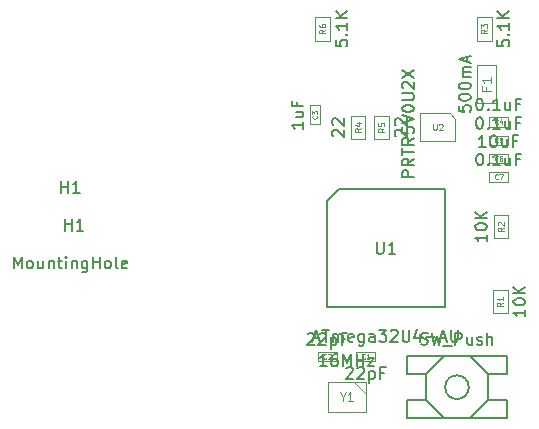
<source format=gbr>
%TF.GenerationSoftware,KiCad,Pcbnew,(5.1.7)-1*%
%TF.CreationDate,2020-10-26T01:34:49-04:00*%
%TF.ProjectId,OreoOrtho,4f72656f-4f72-4746-986f-2e6b69636164,rev?*%
%TF.SameCoordinates,Original*%
%TF.FileFunction,Other,Fab,Top*%
%FSLAX46Y46*%
G04 Gerber Fmt 4.6, Leading zero omitted, Abs format (unit mm)*
G04 Created by KiCad (PCBNEW (5.1.7)-1) date 2020-10-26 01:34:49*
%MOMM*%
%LPD*%
G01*
G04 APERTURE LIST*
%ADD10C,0.150000*%
%ADD11C,0.100000*%
%ADD12C,0.060000*%
%ADD13C,0.105000*%
%ADD14C,0.075000*%
%ADD15C,0.080000*%
%ADD16C,0.120000*%
G04 APERTURE END LIST*
D10*
%TO.C,U1*%
X181261000Y-52728200D02*
X182261000Y-51728200D01*
X181261000Y-61728200D02*
X181261000Y-52728200D01*
X191261000Y-61728200D02*
X181261000Y-61728200D01*
X191261000Y-51728200D02*
X191261000Y-61728200D01*
X182261000Y-51728200D02*
X191261000Y-51728200D01*
D11*
%TO.C,C7*%
X195011000Y-50278200D02*
X196611000Y-50278200D01*
X195011000Y-51078200D02*
X195011000Y-50278200D01*
X196611000Y-51078200D02*
X195011000Y-51078200D01*
X196611000Y-50278200D02*
X196611000Y-51078200D01*
%TO.C,Y1*%
X184549000Y-69043800D02*
X183549000Y-68043800D01*
X181349000Y-70543800D02*
X184549000Y-70543800D01*
X181349000Y-68043800D02*
X181349000Y-70543800D01*
X184549000Y-68043800D02*
X181349000Y-68043800D01*
X184549000Y-70543800D02*
X184549000Y-68043800D01*
%TO.C,U2*%
X192161000Y-47678200D02*
X189161000Y-47678200D01*
X189161000Y-47678200D02*
X189161000Y-45278200D01*
X189161000Y-45278200D02*
X191661000Y-45278200D01*
X192161000Y-45778200D02*
X192161000Y-47678200D01*
X191661000Y-45278200D02*
X192161000Y-45778200D01*
D10*
%TO.C,RST_SW1*%
X188086000Y-65879900D02*
X196486000Y-65879900D01*
X196486000Y-65879900D02*
X196486000Y-67279900D01*
X196486000Y-67379900D02*
X194886000Y-67379900D01*
X194886000Y-67379900D02*
X194886000Y-69579900D01*
X194886000Y-69579900D02*
X196486000Y-69579900D01*
X196486000Y-69579900D02*
X196486000Y-71079900D01*
X196486000Y-71079900D02*
X188086000Y-71079900D01*
X188086000Y-71079900D02*
X188086000Y-69579900D01*
X188086000Y-69579900D02*
X189686000Y-69579900D01*
X189686000Y-69579900D02*
X189686000Y-67379900D01*
X189686000Y-67379900D02*
X188086000Y-67379900D01*
X188086000Y-67379900D02*
X188086000Y-65879900D01*
X193286000Y-68479900D02*
G75*
G03*
X193286000Y-68479900I-1000000J0D01*
G01*
X189686000Y-67379900D02*
X191186000Y-65879900D01*
X194886000Y-67379900D02*
X193386000Y-65879900D01*
X194886000Y-69579900D02*
X193386000Y-71079900D01*
X189686000Y-69579900D02*
X191186000Y-71079900D01*
D11*
%TO.C,R6*%
X181536000Y-37128200D02*
X181536000Y-39128200D01*
X180286000Y-37128200D02*
X181536000Y-37128200D01*
X180286000Y-39128200D02*
X180286000Y-37128200D01*
X181536000Y-39128200D02*
X180286000Y-39128200D01*
%TO.C,R5*%
X186536000Y-45478200D02*
X186536000Y-47478200D01*
X185286000Y-45478200D02*
X186536000Y-45478200D01*
X185286000Y-47478200D02*
X185286000Y-45478200D01*
X186536000Y-47478200D02*
X185286000Y-47478200D01*
%TO.C,R4*%
X183286000Y-47478200D02*
X183286000Y-45478200D01*
X184536000Y-47478200D02*
X183286000Y-47478200D01*
X184536000Y-45478200D02*
X184536000Y-47478200D01*
X183286000Y-45478200D02*
X184536000Y-45478200D01*
%TO.C,R3*%
X195236000Y-37128200D02*
X195236000Y-39128200D01*
X193986000Y-37128200D02*
X195236000Y-37128200D01*
X193986000Y-39128200D02*
X193986000Y-37128200D01*
X195236000Y-39128200D02*
X193986000Y-39128200D01*
%TO.C,R2*%
X195386000Y-55878200D02*
X195386000Y-53878200D01*
X196636000Y-55878200D02*
X195386000Y-55878200D01*
X196636000Y-53878200D02*
X196636000Y-55878200D01*
X195386000Y-53878200D02*
X196636000Y-53878200D01*
%TO.C,R1*%
X196586000Y-60228200D02*
X196586000Y-62228200D01*
X195336000Y-60228200D02*
X196586000Y-60228200D01*
X195336000Y-62228200D02*
X195336000Y-60228200D01*
X196586000Y-62228200D02*
X195336000Y-62228200D01*
%TO.C,F1*%
X194011000Y-44428200D02*
X194011000Y-41228200D01*
X195611000Y-44428200D02*
X194011000Y-44428200D01*
X195611000Y-41228200D02*
X195611000Y-44428200D01*
X194011000Y-41228200D02*
X195611000Y-41228200D01*
%TO.C,C6*%
X195003000Y-48728200D02*
X196603000Y-48728200D01*
X195003000Y-49528200D02*
X195003000Y-48728200D01*
X196603000Y-49528200D02*
X195003000Y-49528200D01*
X196603000Y-48728200D02*
X196603000Y-49528200D01*
%TO.C,C5*%
X195003000Y-47178200D02*
X196603000Y-47178200D01*
X195003000Y-47978200D02*
X195003000Y-47178200D01*
X196603000Y-47978200D02*
X195003000Y-47978200D01*
X196603000Y-47178200D02*
X196603000Y-47978200D01*
%TO.C,C4*%
X195003000Y-45618800D02*
X196603000Y-45618800D01*
X195003000Y-46418800D02*
X195003000Y-45618800D01*
X196603000Y-46418800D02*
X195003000Y-46418800D01*
X196603000Y-45618800D02*
X196603000Y-46418800D01*
%TO.C,C3*%
X179861000Y-46228200D02*
X179861000Y-44628200D01*
X180661000Y-46228200D02*
X179861000Y-46228200D01*
X180661000Y-44628200D02*
X180661000Y-46228200D01*
X179861000Y-44628200D02*
X180661000Y-44628200D01*
%TO.C,C2*%
X180499000Y-65493800D02*
X182099000Y-65493800D01*
X180499000Y-66293800D02*
X180499000Y-65493800D01*
X182099000Y-66293800D02*
X180499000Y-66293800D01*
X182099000Y-65493800D02*
X182099000Y-66293800D01*
%TO.C,C1*%
X185349000Y-66293800D02*
X183749000Y-66293800D01*
X185349000Y-65493800D02*
X185349000Y-66293800D01*
X183749000Y-65493800D02*
X185349000Y-65493800D01*
X183749000Y-66293800D02*
X183749000Y-65493800D01*
%TD*%
%TO.C,H1*%
D10*
X158782095Y-52021180D02*
X158782095Y-51021180D01*
X158782095Y-51497371D02*
X159353523Y-51497371D01*
X159353523Y-52021180D02*
X159353523Y-51021180D01*
X160353523Y-52021180D02*
X159782095Y-52021180D01*
X160067809Y-52021180D02*
X160067809Y-51021180D01*
X159972571Y-51164038D01*
X159877333Y-51259276D01*
X159782095Y-51306895D01*
X154758285Y-58421180D02*
X154758285Y-57421180D01*
X155091619Y-58135466D01*
X155424952Y-57421180D01*
X155424952Y-58421180D01*
X156044000Y-58421180D02*
X155948761Y-58373561D01*
X155901142Y-58325942D01*
X155853523Y-58230704D01*
X155853523Y-57944990D01*
X155901142Y-57849752D01*
X155948761Y-57802133D01*
X156044000Y-57754514D01*
X156186857Y-57754514D01*
X156282095Y-57802133D01*
X156329714Y-57849752D01*
X156377333Y-57944990D01*
X156377333Y-58230704D01*
X156329714Y-58325942D01*
X156282095Y-58373561D01*
X156186857Y-58421180D01*
X156044000Y-58421180D01*
X157234476Y-57754514D02*
X157234476Y-58421180D01*
X156805904Y-57754514D02*
X156805904Y-58278323D01*
X156853523Y-58373561D01*
X156948761Y-58421180D01*
X157091619Y-58421180D01*
X157186857Y-58373561D01*
X157234476Y-58325942D01*
X157710666Y-57754514D02*
X157710666Y-58421180D01*
X157710666Y-57849752D02*
X157758285Y-57802133D01*
X157853523Y-57754514D01*
X157996380Y-57754514D01*
X158091619Y-57802133D01*
X158139238Y-57897371D01*
X158139238Y-58421180D01*
X158472571Y-57754514D02*
X158853523Y-57754514D01*
X158615428Y-57421180D02*
X158615428Y-58278323D01*
X158663047Y-58373561D01*
X158758285Y-58421180D01*
X158853523Y-58421180D01*
X159186857Y-58421180D02*
X159186857Y-57754514D01*
X159186857Y-57421180D02*
X159139238Y-57468800D01*
X159186857Y-57516419D01*
X159234476Y-57468800D01*
X159186857Y-57421180D01*
X159186857Y-57516419D01*
X159663047Y-57754514D02*
X159663047Y-58421180D01*
X159663047Y-57849752D02*
X159710666Y-57802133D01*
X159805904Y-57754514D01*
X159948761Y-57754514D01*
X160044000Y-57802133D01*
X160091619Y-57897371D01*
X160091619Y-58421180D01*
X160996380Y-57754514D02*
X160996380Y-58564038D01*
X160948761Y-58659276D01*
X160901142Y-58706895D01*
X160805904Y-58754514D01*
X160663047Y-58754514D01*
X160567809Y-58706895D01*
X160996380Y-58373561D02*
X160901142Y-58421180D01*
X160710666Y-58421180D01*
X160615428Y-58373561D01*
X160567809Y-58325942D01*
X160520190Y-58230704D01*
X160520190Y-57944990D01*
X160567809Y-57849752D01*
X160615428Y-57802133D01*
X160710666Y-57754514D01*
X160901142Y-57754514D01*
X160996380Y-57802133D01*
X161472571Y-58421180D02*
X161472571Y-57421180D01*
X161472571Y-57897371D02*
X162044000Y-57897371D01*
X162044000Y-58421180D02*
X162044000Y-57421180D01*
X162663047Y-58421180D02*
X162567809Y-58373561D01*
X162520190Y-58325942D01*
X162472571Y-58230704D01*
X162472571Y-57944990D01*
X162520190Y-57849752D01*
X162567809Y-57802133D01*
X162663047Y-57754514D01*
X162805904Y-57754514D01*
X162901142Y-57802133D01*
X162948761Y-57849752D01*
X162996380Y-57944990D01*
X162996380Y-58230704D01*
X162948761Y-58325942D01*
X162901142Y-58373561D01*
X162805904Y-58421180D01*
X162663047Y-58421180D01*
X163567809Y-58421180D02*
X163472571Y-58373561D01*
X163424952Y-58278323D01*
X163424952Y-57421180D01*
X164329714Y-58373561D02*
X164234476Y-58421180D01*
X164044000Y-58421180D01*
X163948761Y-58373561D01*
X163901142Y-58278323D01*
X163901142Y-57897371D01*
X163948761Y-57802133D01*
X164044000Y-57754514D01*
X164234476Y-57754514D01*
X164329714Y-57802133D01*
X164377333Y-57897371D01*
X164377333Y-57992609D01*
X163901142Y-58087847D01*
X159082095Y-55221180D02*
X159082095Y-54221180D01*
X159082095Y-54697371D02*
X159653523Y-54697371D01*
X159653523Y-55221180D02*
X159653523Y-54221180D01*
X160653523Y-55221180D02*
X160082095Y-55221180D01*
X160367809Y-55221180D02*
X160367809Y-54221180D01*
X160272571Y-54364038D01*
X160177333Y-54459276D01*
X160082095Y-54506895D01*
%TO.C,U1*%
X180118142Y-64344866D02*
X180594333Y-64344866D01*
X180022904Y-64630580D02*
X180356238Y-63630580D01*
X180689571Y-64630580D01*
X180880047Y-63630580D02*
X181451476Y-63630580D01*
X181165761Y-64630580D02*
X181165761Y-63630580D01*
X181784809Y-64630580D02*
X181784809Y-63963914D01*
X181784809Y-64059152D02*
X181832428Y-64011533D01*
X181927666Y-63963914D01*
X182070523Y-63963914D01*
X182165761Y-64011533D01*
X182213380Y-64106771D01*
X182213380Y-64630580D01*
X182213380Y-64106771D02*
X182261000Y-64011533D01*
X182356238Y-63963914D01*
X182499095Y-63963914D01*
X182594333Y-64011533D01*
X182641952Y-64106771D01*
X182641952Y-64630580D01*
X183499095Y-64582961D02*
X183403857Y-64630580D01*
X183213380Y-64630580D01*
X183118142Y-64582961D01*
X183070523Y-64487723D01*
X183070523Y-64106771D01*
X183118142Y-64011533D01*
X183213380Y-63963914D01*
X183403857Y-63963914D01*
X183499095Y-64011533D01*
X183546714Y-64106771D01*
X183546714Y-64202009D01*
X183070523Y-64297247D01*
X184403857Y-63963914D02*
X184403857Y-64773438D01*
X184356238Y-64868676D01*
X184308619Y-64916295D01*
X184213380Y-64963914D01*
X184070523Y-64963914D01*
X183975285Y-64916295D01*
X184403857Y-64582961D02*
X184308619Y-64630580D01*
X184118142Y-64630580D01*
X184022904Y-64582961D01*
X183975285Y-64535342D01*
X183927666Y-64440104D01*
X183927666Y-64154390D01*
X183975285Y-64059152D01*
X184022904Y-64011533D01*
X184118142Y-63963914D01*
X184308619Y-63963914D01*
X184403857Y-64011533D01*
X185308619Y-64630580D02*
X185308619Y-64106771D01*
X185261000Y-64011533D01*
X185165761Y-63963914D01*
X184975285Y-63963914D01*
X184880047Y-64011533D01*
X185308619Y-64582961D02*
X185213380Y-64630580D01*
X184975285Y-64630580D01*
X184880047Y-64582961D01*
X184832428Y-64487723D01*
X184832428Y-64392485D01*
X184880047Y-64297247D01*
X184975285Y-64249628D01*
X185213380Y-64249628D01*
X185308619Y-64202009D01*
X185689571Y-63630580D02*
X186308619Y-63630580D01*
X185975285Y-64011533D01*
X186118142Y-64011533D01*
X186213380Y-64059152D01*
X186261000Y-64106771D01*
X186308619Y-64202009D01*
X186308619Y-64440104D01*
X186261000Y-64535342D01*
X186213380Y-64582961D01*
X186118142Y-64630580D01*
X185832428Y-64630580D01*
X185737190Y-64582961D01*
X185689571Y-64535342D01*
X186689571Y-63725819D02*
X186737190Y-63678200D01*
X186832428Y-63630580D01*
X187070523Y-63630580D01*
X187165761Y-63678200D01*
X187213380Y-63725819D01*
X187261000Y-63821057D01*
X187261000Y-63916295D01*
X187213380Y-64059152D01*
X186641952Y-64630580D01*
X187261000Y-64630580D01*
X187689571Y-63630580D02*
X187689571Y-64440104D01*
X187737190Y-64535342D01*
X187784809Y-64582961D01*
X187880047Y-64630580D01*
X188070523Y-64630580D01*
X188165761Y-64582961D01*
X188213380Y-64535342D01*
X188261000Y-64440104D01*
X188261000Y-63630580D01*
X189165761Y-63963914D02*
X189165761Y-64630580D01*
X188927666Y-63582961D02*
X188689571Y-64297247D01*
X189308619Y-64297247D01*
X189689571Y-64249628D02*
X190451476Y-64249628D01*
X190880047Y-64344866D02*
X191356238Y-64344866D01*
X190784809Y-64630580D02*
X191118142Y-63630580D01*
X191451476Y-64630580D01*
X191784809Y-63630580D02*
X191784809Y-64440104D01*
X191832428Y-64535342D01*
X191880047Y-64582961D01*
X191975285Y-64630580D01*
X192165761Y-64630580D01*
X192261000Y-64582961D01*
X192308619Y-64535342D01*
X192356238Y-64440104D01*
X192356238Y-63630580D01*
X185499095Y-56180580D02*
X185499095Y-56990104D01*
X185546714Y-57085342D01*
X185594333Y-57132961D01*
X185689571Y-57180580D01*
X185880047Y-57180580D01*
X185975285Y-57132961D01*
X186022904Y-57085342D01*
X186070523Y-56990104D01*
X186070523Y-56180580D01*
X187070523Y-57180580D02*
X186499095Y-57180580D01*
X186784809Y-57180580D02*
X186784809Y-56180580D01*
X186689571Y-56323438D01*
X186594333Y-56418676D01*
X186499095Y-56466295D01*
%TO.C,C7*%
X194168142Y-48700580D02*
X194263380Y-48700580D01*
X194358619Y-48748200D01*
X194406238Y-48795819D01*
X194453857Y-48891057D01*
X194501476Y-49081533D01*
X194501476Y-49319628D01*
X194453857Y-49510104D01*
X194406238Y-49605342D01*
X194358619Y-49652961D01*
X194263380Y-49700580D01*
X194168142Y-49700580D01*
X194072904Y-49652961D01*
X194025285Y-49605342D01*
X193977666Y-49510104D01*
X193930047Y-49319628D01*
X193930047Y-49081533D01*
X193977666Y-48891057D01*
X194025285Y-48795819D01*
X194072904Y-48748200D01*
X194168142Y-48700580D01*
X194930047Y-49605342D02*
X194977666Y-49652961D01*
X194930047Y-49700580D01*
X194882428Y-49652961D01*
X194930047Y-49605342D01*
X194930047Y-49700580D01*
X195930047Y-49700580D02*
X195358619Y-49700580D01*
X195644333Y-49700580D02*
X195644333Y-48700580D01*
X195549095Y-48843438D01*
X195453857Y-48938676D01*
X195358619Y-48986295D01*
X196787190Y-49033914D02*
X196787190Y-49700580D01*
X196358619Y-49033914D02*
X196358619Y-49557723D01*
X196406238Y-49652961D01*
X196501476Y-49700580D01*
X196644333Y-49700580D01*
X196739571Y-49652961D01*
X196787190Y-49605342D01*
X197596714Y-49176771D02*
X197263380Y-49176771D01*
X197263380Y-49700580D02*
X197263380Y-48700580D01*
X197739571Y-48700580D01*
D12*
X195744333Y-50821057D02*
X195725285Y-50840104D01*
X195668142Y-50859152D01*
X195630047Y-50859152D01*
X195572904Y-50840104D01*
X195534809Y-50802009D01*
X195515761Y-50763914D01*
X195496714Y-50687723D01*
X195496714Y-50630580D01*
X195515761Y-50554390D01*
X195534809Y-50516295D01*
X195572904Y-50478200D01*
X195630047Y-50459152D01*
X195668142Y-50459152D01*
X195725285Y-50478200D01*
X195744333Y-50497247D01*
X195877666Y-50459152D02*
X196144333Y-50459152D01*
X195972904Y-50859152D01*
%TO.C,Y1*%
D10*
X181258523Y-66696180D02*
X180687095Y-66696180D01*
X180972809Y-66696180D02*
X180972809Y-65696180D01*
X180877571Y-65839038D01*
X180782333Y-65934276D01*
X180687095Y-65981895D01*
X182115666Y-65696180D02*
X181925190Y-65696180D01*
X181829952Y-65743800D01*
X181782333Y-65791419D01*
X181687095Y-65934276D01*
X181639476Y-66124752D01*
X181639476Y-66505704D01*
X181687095Y-66600942D01*
X181734714Y-66648561D01*
X181829952Y-66696180D01*
X182020428Y-66696180D01*
X182115666Y-66648561D01*
X182163285Y-66600942D01*
X182210904Y-66505704D01*
X182210904Y-66267609D01*
X182163285Y-66172371D01*
X182115666Y-66124752D01*
X182020428Y-66077133D01*
X181829952Y-66077133D01*
X181734714Y-66124752D01*
X181687095Y-66172371D01*
X181639476Y-66267609D01*
X182639476Y-66696180D02*
X182639476Y-65696180D01*
X182972809Y-66410466D01*
X183306142Y-65696180D01*
X183306142Y-66696180D01*
X183782333Y-66696180D02*
X183782333Y-65696180D01*
X183782333Y-66172371D02*
X184353761Y-66172371D01*
X184353761Y-66696180D02*
X184353761Y-65696180D01*
X184734714Y-66029514D02*
X185258523Y-66029514D01*
X184734714Y-66696180D01*
X185258523Y-66696180D01*
D13*
X182615666Y-69277133D02*
X182615666Y-69610466D01*
X182382333Y-68910466D02*
X182615666Y-69277133D01*
X182849000Y-68910466D01*
X183449000Y-69610466D02*
X183049000Y-69610466D01*
X183249000Y-69610466D02*
X183249000Y-68910466D01*
X183182333Y-69010466D01*
X183115666Y-69077133D01*
X183049000Y-69110466D01*
%TO.C,U2*%
D10*
X188633380Y-50698200D02*
X187633380Y-50698200D01*
X187633380Y-50317247D01*
X187681000Y-50222009D01*
X187728619Y-50174390D01*
X187823857Y-50126771D01*
X187966714Y-50126771D01*
X188061952Y-50174390D01*
X188109571Y-50222009D01*
X188157190Y-50317247D01*
X188157190Y-50698200D01*
X188633380Y-49126771D02*
X188157190Y-49460104D01*
X188633380Y-49698200D02*
X187633380Y-49698200D01*
X187633380Y-49317247D01*
X187681000Y-49222009D01*
X187728619Y-49174390D01*
X187823857Y-49126771D01*
X187966714Y-49126771D01*
X188061952Y-49174390D01*
X188109571Y-49222009D01*
X188157190Y-49317247D01*
X188157190Y-49698200D01*
X187633380Y-48841057D02*
X187633380Y-48269628D01*
X188633380Y-48555342D02*
X187633380Y-48555342D01*
X188633380Y-47364866D02*
X188157190Y-47698200D01*
X188633380Y-47936295D02*
X187633380Y-47936295D01*
X187633380Y-47555342D01*
X187681000Y-47460104D01*
X187728619Y-47412485D01*
X187823857Y-47364866D01*
X187966714Y-47364866D01*
X188061952Y-47412485D01*
X188109571Y-47460104D01*
X188157190Y-47555342D01*
X188157190Y-47936295D01*
X187633380Y-46460104D02*
X187633380Y-46936295D01*
X188109571Y-46983914D01*
X188061952Y-46936295D01*
X188014333Y-46841057D01*
X188014333Y-46602961D01*
X188061952Y-46507723D01*
X188109571Y-46460104D01*
X188204809Y-46412485D01*
X188442904Y-46412485D01*
X188538142Y-46460104D01*
X188585761Y-46507723D01*
X188633380Y-46602961D01*
X188633380Y-46841057D01*
X188585761Y-46936295D01*
X188538142Y-46983914D01*
X187633380Y-46126771D02*
X188633380Y-45793438D01*
X187633380Y-45460104D01*
X187633380Y-44936295D02*
X187633380Y-44841057D01*
X187681000Y-44745819D01*
X187728619Y-44698200D01*
X187823857Y-44650580D01*
X188014333Y-44602961D01*
X188252428Y-44602961D01*
X188442904Y-44650580D01*
X188538142Y-44698200D01*
X188585761Y-44745819D01*
X188633380Y-44841057D01*
X188633380Y-44936295D01*
X188585761Y-45031533D01*
X188538142Y-45079152D01*
X188442904Y-45126771D01*
X188252428Y-45174390D01*
X188014333Y-45174390D01*
X187823857Y-45126771D01*
X187728619Y-45079152D01*
X187681000Y-45031533D01*
X187633380Y-44936295D01*
X187633380Y-44174390D02*
X188442904Y-44174390D01*
X188538142Y-44126771D01*
X188585761Y-44079152D01*
X188633380Y-43983914D01*
X188633380Y-43793438D01*
X188585761Y-43698200D01*
X188538142Y-43650580D01*
X188442904Y-43602961D01*
X187633380Y-43602961D01*
X187728619Y-43174390D02*
X187681000Y-43126771D01*
X187633380Y-43031533D01*
X187633380Y-42793438D01*
X187681000Y-42698200D01*
X187728619Y-42650580D01*
X187823857Y-42602961D01*
X187919095Y-42602961D01*
X188061952Y-42650580D01*
X188633380Y-43222009D01*
X188633380Y-42602961D01*
X187633380Y-42269628D02*
X188633380Y-41602961D01*
X187633380Y-41602961D02*
X188633380Y-42269628D01*
D14*
X190280047Y-46204390D02*
X190280047Y-46609152D01*
X190303857Y-46656771D01*
X190327666Y-46680580D01*
X190375285Y-46704390D01*
X190470523Y-46704390D01*
X190518142Y-46680580D01*
X190541952Y-46656771D01*
X190565761Y-46609152D01*
X190565761Y-46204390D01*
X190780047Y-46252009D02*
X190803857Y-46228200D01*
X190851476Y-46204390D01*
X190970523Y-46204390D01*
X191018142Y-46228200D01*
X191041952Y-46252009D01*
X191065761Y-46299628D01*
X191065761Y-46347247D01*
X191041952Y-46418676D01*
X190756238Y-46704390D01*
X191065761Y-46704390D01*
%TO.C,RST_SW1*%
D10*
X189238380Y-64820661D02*
X189381238Y-64868280D01*
X189619333Y-64868280D01*
X189714571Y-64820661D01*
X189762190Y-64773042D01*
X189809809Y-64677804D01*
X189809809Y-64582566D01*
X189762190Y-64487328D01*
X189714571Y-64439709D01*
X189619333Y-64392090D01*
X189428857Y-64344471D01*
X189333619Y-64296852D01*
X189286000Y-64249233D01*
X189238380Y-64153995D01*
X189238380Y-64058757D01*
X189286000Y-63963519D01*
X189333619Y-63915900D01*
X189428857Y-63868280D01*
X189666952Y-63868280D01*
X189809809Y-63915900D01*
X190143142Y-63868280D02*
X190381238Y-64868280D01*
X190571714Y-64153995D01*
X190762190Y-64868280D01*
X191000285Y-63868280D01*
X191143142Y-64963519D02*
X191905047Y-64963519D01*
X192143142Y-64868280D02*
X192143142Y-63868280D01*
X192524095Y-63868280D01*
X192619333Y-63915900D01*
X192666952Y-63963519D01*
X192714571Y-64058757D01*
X192714571Y-64201614D01*
X192666952Y-64296852D01*
X192619333Y-64344471D01*
X192524095Y-64392090D01*
X192143142Y-64392090D01*
X193571714Y-64201614D02*
X193571714Y-64868280D01*
X193143142Y-64201614D02*
X193143142Y-64725423D01*
X193190761Y-64820661D01*
X193286000Y-64868280D01*
X193428857Y-64868280D01*
X193524095Y-64820661D01*
X193571714Y-64773042D01*
X194000285Y-64820661D02*
X194095523Y-64868280D01*
X194286000Y-64868280D01*
X194381238Y-64820661D01*
X194428857Y-64725423D01*
X194428857Y-64677804D01*
X194381238Y-64582566D01*
X194286000Y-64534947D01*
X194143142Y-64534947D01*
X194047904Y-64487328D01*
X194000285Y-64392090D01*
X194000285Y-64344471D01*
X194047904Y-64249233D01*
X194143142Y-64201614D01*
X194286000Y-64201614D01*
X194381238Y-64249233D01*
X194857428Y-64868280D02*
X194857428Y-63868280D01*
X195286000Y-64868280D02*
X195286000Y-64344471D01*
X195238380Y-64249233D01*
X195143142Y-64201614D01*
X195000285Y-64201614D01*
X194905047Y-64249233D01*
X194857428Y-64296852D01*
%TO.C,R6*%
X182013380Y-39104390D02*
X182013380Y-39580580D01*
X182489571Y-39628200D01*
X182441952Y-39580580D01*
X182394333Y-39485342D01*
X182394333Y-39247247D01*
X182441952Y-39152009D01*
X182489571Y-39104390D01*
X182584809Y-39056771D01*
X182822904Y-39056771D01*
X182918142Y-39104390D01*
X182965761Y-39152009D01*
X183013380Y-39247247D01*
X183013380Y-39485342D01*
X182965761Y-39580580D01*
X182918142Y-39628200D01*
X182918142Y-38628200D02*
X182965761Y-38580580D01*
X183013380Y-38628200D01*
X182965761Y-38675819D01*
X182918142Y-38628200D01*
X183013380Y-38628200D01*
X183013380Y-37628200D02*
X183013380Y-38199628D01*
X183013380Y-37913914D02*
X182013380Y-37913914D01*
X182156238Y-38009152D01*
X182251476Y-38104390D01*
X182299095Y-38199628D01*
X183013380Y-37199628D02*
X182013380Y-37199628D01*
X183013380Y-36628200D02*
X182441952Y-37056771D01*
X182013380Y-36628200D02*
X182584809Y-37199628D01*
D15*
X181137190Y-38211533D02*
X180899095Y-38378200D01*
X181137190Y-38497247D02*
X180637190Y-38497247D01*
X180637190Y-38306771D01*
X180661000Y-38259152D01*
X180684809Y-38235342D01*
X180732428Y-38211533D01*
X180803857Y-38211533D01*
X180851476Y-38235342D01*
X180875285Y-38259152D01*
X180899095Y-38306771D01*
X180899095Y-38497247D01*
X180637190Y-37782961D02*
X180637190Y-37878200D01*
X180661000Y-37925819D01*
X180684809Y-37949628D01*
X180756238Y-37997247D01*
X180851476Y-38021057D01*
X181041952Y-38021057D01*
X181089571Y-37997247D01*
X181113380Y-37973438D01*
X181137190Y-37925819D01*
X181137190Y-37830580D01*
X181113380Y-37782961D01*
X181089571Y-37759152D01*
X181041952Y-37735342D01*
X180922904Y-37735342D01*
X180875285Y-37759152D01*
X180851476Y-37782961D01*
X180827666Y-37830580D01*
X180827666Y-37925819D01*
X180851476Y-37973438D01*
X180875285Y-37997247D01*
X180922904Y-38021057D01*
%TO.C,R5*%
D10*
X187108619Y-47240104D02*
X187061000Y-47192485D01*
X187013380Y-47097247D01*
X187013380Y-46859152D01*
X187061000Y-46763914D01*
X187108619Y-46716295D01*
X187203857Y-46668676D01*
X187299095Y-46668676D01*
X187441952Y-46716295D01*
X188013380Y-47287723D01*
X188013380Y-46668676D01*
X187108619Y-46287723D02*
X187061000Y-46240104D01*
X187013380Y-46144866D01*
X187013380Y-45906771D01*
X187061000Y-45811533D01*
X187108619Y-45763914D01*
X187203857Y-45716295D01*
X187299095Y-45716295D01*
X187441952Y-45763914D01*
X188013380Y-46335342D01*
X188013380Y-45716295D01*
D15*
X186137190Y-46561533D02*
X185899095Y-46728200D01*
X186137190Y-46847247D02*
X185637190Y-46847247D01*
X185637190Y-46656771D01*
X185661000Y-46609152D01*
X185684809Y-46585342D01*
X185732428Y-46561533D01*
X185803857Y-46561533D01*
X185851476Y-46585342D01*
X185875285Y-46609152D01*
X185899095Y-46656771D01*
X185899095Y-46847247D01*
X185637190Y-46109152D02*
X185637190Y-46347247D01*
X185875285Y-46371057D01*
X185851476Y-46347247D01*
X185827666Y-46299628D01*
X185827666Y-46180580D01*
X185851476Y-46132961D01*
X185875285Y-46109152D01*
X185922904Y-46085342D01*
X186041952Y-46085342D01*
X186089571Y-46109152D01*
X186113380Y-46132961D01*
X186137190Y-46180580D01*
X186137190Y-46299628D01*
X186113380Y-46347247D01*
X186089571Y-46371057D01*
%TO.C,R4*%
D10*
X181808619Y-47240104D02*
X181761000Y-47192485D01*
X181713380Y-47097247D01*
X181713380Y-46859152D01*
X181761000Y-46763914D01*
X181808619Y-46716295D01*
X181903857Y-46668676D01*
X181999095Y-46668676D01*
X182141952Y-46716295D01*
X182713380Y-47287723D01*
X182713380Y-46668676D01*
X181808619Y-46287723D02*
X181761000Y-46240104D01*
X181713380Y-46144866D01*
X181713380Y-45906771D01*
X181761000Y-45811533D01*
X181808619Y-45763914D01*
X181903857Y-45716295D01*
X181999095Y-45716295D01*
X182141952Y-45763914D01*
X182713380Y-46335342D01*
X182713380Y-45716295D01*
D15*
X184137190Y-46561533D02*
X183899095Y-46728200D01*
X184137190Y-46847247D02*
X183637190Y-46847247D01*
X183637190Y-46656771D01*
X183661000Y-46609152D01*
X183684809Y-46585342D01*
X183732428Y-46561533D01*
X183803857Y-46561533D01*
X183851476Y-46585342D01*
X183875285Y-46609152D01*
X183899095Y-46656771D01*
X183899095Y-46847247D01*
X183803857Y-46132961D02*
X184137190Y-46132961D01*
X183613380Y-46252009D02*
X183970523Y-46371057D01*
X183970523Y-46061533D01*
%TO.C,R3*%
D10*
X195713380Y-39104390D02*
X195713380Y-39580580D01*
X196189571Y-39628200D01*
X196141952Y-39580580D01*
X196094333Y-39485342D01*
X196094333Y-39247247D01*
X196141952Y-39152009D01*
X196189571Y-39104390D01*
X196284809Y-39056771D01*
X196522904Y-39056771D01*
X196618142Y-39104390D01*
X196665761Y-39152009D01*
X196713380Y-39247247D01*
X196713380Y-39485342D01*
X196665761Y-39580580D01*
X196618142Y-39628200D01*
X196618142Y-38628200D02*
X196665761Y-38580580D01*
X196713380Y-38628200D01*
X196665761Y-38675819D01*
X196618142Y-38628200D01*
X196713380Y-38628200D01*
X196713380Y-37628200D02*
X196713380Y-38199628D01*
X196713380Y-37913914D02*
X195713380Y-37913914D01*
X195856238Y-38009152D01*
X195951476Y-38104390D01*
X195999095Y-38199628D01*
X196713380Y-37199628D02*
X195713380Y-37199628D01*
X196713380Y-36628200D02*
X196141952Y-37056771D01*
X195713380Y-36628200D02*
X196284809Y-37199628D01*
D15*
X194837190Y-38211533D02*
X194599095Y-38378200D01*
X194837190Y-38497247D02*
X194337190Y-38497247D01*
X194337190Y-38306771D01*
X194361000Y-38259152D01*
X194384809Y-38235342D01*
X194432428Y-38211533D01*
X194503857Y-38211533D01*
X194551476Y-38235342D01*
X194575285Y-38259152D01*
X194599095Y-38306771D01*
X194599095Y-38497247D01*
X194337190Y-38044866D02*
X194337190Y-37735342D01*
X194527666Y-37902009D01*
X194527666Y-37830580D01*
X194551476Y-37782961D01*
X194575285Y-37759152D01*
X194622904Y-37735342D01*
X194741952Y-37735342D01*
X194789571Y-37759152D01*
X194813380Y-37782961D01*
X194837190Y-37830580D01*
X194837190Y-37973438D01*
X194813380Y-38021057D01*
X194789571Y-38044866D01*
%TO.C,R2*%
D10*
X194813380Y-55568676D02*
X194813380Y-56140104D01*
X194813380Y-55854390D02*
X193813380Y-55854390D01*
X193956238Y-55949628D01*
X194051476Y-56044866D01*
X194099095Y-56140104D01*
X193813380Y-54949628D02*
X193813380Y-54854390D01*
X193861000Y-54759152D01*
X193908619Y-54711533D01*
X194003857Y-54663914D01*
X194194333Y-54616295D01*
X194432428Y-54616295D01*
X194622904Y-54663914D01*
X194718142Y-54711533D01*
X194765761Y-54759152D01*
X194813380Y-54854390D01*
X194813380Y-54949628D01*
X194765761Y-55044866D01*
X194718142Y-55092485D01*
X194622904Y-55140104D01*
X194432428Y-55187723D01*
X194194333Y-55187723D01*
X194003857Y-55140104D01*
X193908619Y-55092485D01*
X193861000Y-55044866D01*
X193813380Y-54949628D01*
X194813380Y-54187723D02*
X193813380Y-54187723D01*
X194813380Y-53616295D02*
X194241952Y-54044866D01*
X193813380Y-53616295D02*
X194384809Y-54187723D01*
D15*
X196237190Y-54961533D02*
X195999095Y-55128200D01*
X196237190Y-55247247D02*
X195737190Y-55247247D01*
X195737190Y-55056771D01*
X195761000Y-55009152D01*
X195784809Y-54985342D01*
X195832428Y-54961533D01*
X195903857Y-54961533D01*
X195951476Y-54985342D01*
X195975285Y-55009152D01*
X195999095Y-55056771D01*
X195999095Y-55247247D01*
X195784809Y-54771057D02*
X195761000Y-54747247D01*
X195737190Y-54699628D01*
X195737190Y-54580580D01*
X195761000Y-54532961D01*
X195784809Y-54509152D01*
X195832428Y-54485342D01*
X195880047Y-54485342D01*
X195951476Y-54509152D01*
X196237190Y-54794866D01*
X196237190Y-54485342D01*
%TO.C,R1*%
D10*
X198063380Y-61918676D02*
X198063380Y-62490104D01*
X198063380Y-62204390D02*
X197063380Y-62204390D01*
X197206238Y-62299628D01*
X197301476Y-62394866D01*
X197349095Y-62490104D01*
X197063380Y-61299628D02*
X197063380Y-61204390D01*
X197111000Y-61109152D01*
X197158619Y-61061533D01*
X197253857Y-61013914D01*
X197444333Y-60966295D01*
X197682428Y-60966295D01*
X197872904Y-61013914D01*
X197968142Y-61061533D01*
X198015761Y-61109152D01*
X198063380Y-61204390D01*
X198063380Y-61299628D01*
X198015761Y-61394866D01*
X197968142Y-61442485D01*
X197872904Y-61490104D01*
X197682428Y-61537723D01*
X197444333Y-61537723D01*
X197253857Y-61490104D01*
X197158619Y-61442485D01*
X197111000Y-61394866D01*
X197063380Y-61299628D01*
X198063380Y-60537723D02*
X197063380Y-60537723D01*
X198063380Y-59966295D02*
X197491952Y-60394866D01*
X197063380Y-59966295D02*
X197634809Y-60537723D01*
D15*
X196187190Y-61311533D02*
X195949095Y-61478200D01*
X196187190Y-61597247D02*
X195687190Y-61597247D01*
X195687190Y-61406771D01*
X195711000Y-61359152D01*
X195734809Y-61335342D01*
X195782428Y-61311533D01*
X195853857Y-61311533D01*
X195901476Y-61335342D01*
X195925285Y-61359152D01*
X195949095Y-61406771D01*
X195949095Y-61597247D01*
X196187190Y-60835342D02*
X196187190Y-61121057D01*
X196187190Y-60978200D02*
X195687190Y-60978200D01*
X195758619Y-61025819D01*
X195806238Y-61073438D01*
X195830047Y-61121057D01*
%TO.C,F1*%
D10*
X192443380Y-44637723D02*
X192443380Y-45113914D01*
X192919571Y-45161533D01*
X192871952Y-45113914D01*
X192824333Y-45018676D01*
X192824333Y-44780580D01*
X192871952Y-44685342D01*
X192919571Y-44637723D01*
X193014809Y-44590104D01*
X193252904Y-44590104D01*
X193348142Y-44637723D01*
X193395761Y-44685342D01*
X193443380Y-44780580D01*
X193443380Y-45018676D01*
X193395761Y-45113914D01*
X193348142Y-45161533D01*
X192443380Y-43971057D02*
X192443380Y-43875819D01*
X192491000Y-43780580D01*
X192538619Y-43732961D01*
X192633857Y-43685342D01*
X192824333Y-43637723D01*
X193062428Y-43637723D01*
X193252904Y-43685342D01*
X193348142Y-43732961D01*
X193395761Y-43780580D01*
X193443380Y-43875819D01*
X193443380Y-43971057D01*
X193395761Y-44066295D01*
X193348142Y-44113914D01*
X193252904Y-44161533D01*
X193062428Y-44209152D01*
X192824333Y-44209152D01*
X192633857Y-44161533D01*
X192538619Y-44113914D01*
X192491000Y-44066295D01*
X192443380Y-43971057D01*
X192443380Y-43018676D02*
X192443380Y-42923438D01*
X192491000Y-42828200D01*
X192538619Y-42780580D01*
X192633857Y-42732961D01*
X192824333Y-42685342D01*
X193062428Y-42685342D01*
X193252904Y-42732961D01*
X193348142Y-42780580D01*
X193395761Y-42828200D01*
X193443380Y-42923438D01*
X193443380Y-43018676D01*
X193395761Y-43113914D01*
X193348142Y-43161533D01*
X193252904Y-43209152D01*
X193062428Y-43256771D01*
X192824333Y-43256771D01*
X192633857Y-43209152D01*
X192538619Y-43161533D01*
X192491000Y-43113914D01*
X192443380Y-43018676D01*
X193443380Y-42256771D02*
X192776714Y-42256771D01*
X192871952Y-42256771D02*
X192824333Y-42209152D01*
X192776714Y-42113914D01*
X192776714Y-41971057D01*
X192824333Y-41875819D01*
X192919571Y-41828200D01*
X193443380Y-41828200D01*
X192919571Y-41828200D02*
X192824333Y-41780580D01*
X192776714Y-41685342D01*
X192776714Y-41542485D01*
X192824333Y-41447247D01*
X192919571Y-41399628D01*
X193443380Y-41399628D01*
X193157666Y-40971057D02*
X193157666Y-40494866D01*
X193443380Y-41066295D02*
X192443380Y-40732961D01*
X193443380Y-40399628D01*
D16*
X194753857Y-43094866D02*
X194753857Y-43361533D01*
X195172904Y-43361533D02*
X194372904Y-43361533D01*
X194372904Y-42980580D01*
X195172904Y-42256771D02*
X195172904Y-42713914D01*
X195172904Y-42485342D02*
X194372904Y-42485342D01*
X194487190Y-42561533D01*
X194563380Y-42637723D01*
X194601476Y-42713914D01*
%TO.C,C6*%
D10*
X194731571Y-48150580D02*
X194160142Y-48150580D01*
X194445857Y-48150580D02*
X194445857Y-47150580D01*
X194350619Y-47293438D01*
X194255380Y-47388676D01*
X194160142Y-47436295D01*
X195350619Y-47150580D02*
X195445857Y-47150580D01*
X195541095Y-47198200D01*
X195588714Y-47245819D01*
X195636333Y-47341057D01*
X195683952Y-47531533D01*
X195683952Y-47769628D01*
X195636333Y-47960104D01*
X195588714Y-48055342D01*
X195541095Y-48102961D01*
X195445857Y-48150580D01*
X195350619Y-48150580D01*
X195255380Y-48102961D01*
X195207761Y-48055342D01*
X195160142Y-47960104D01*
X195112523Y-47769628D01*
X195112523Y-47531533D01*
X195160142Y-47341057D01*
X195207761Y-47245819D01*
X195255380Y-47198200D01*
X195350619Y-47150580D01*
X196541095Y-47483914D02*
X196541095Y-48150580D01*
X196112523Y-47483914D02*
X196112523Y-48007723D01*
X196160142Y-48102961D01*
X196255380Y-48150580D01*
X196398238Y-48150580D01*
X196493476Y-48102961D01*
X196541095Y-48055342D01*
X197350619Y-47626771D02*
X197017285Y-47626771D01*
X197017285Y-48150580D02*
X197017285Y-47150580D01*
X197493476Y-47150580D01*
D12*
X195736333Y-49271057D02*
X195717285Y-49290104D01*
X195660142Y-49309152D01*
X195622047Y-49309152D01*
X195564904Y-49290104D01*
X195526809Y-49252009D01*
X195507761Y-49213914D01*
X195488714Y-49137723D01*
X195488714Y-49080580D01*
X195507761Y-49004390D01*
X195526809Y-48966295D01*
X195564904Y-48928200D01*
X195622047Y-48909152D01*
X195660142Y-48909152D01*
X195717285Y-48928200D01*
X195736333Y-48947247D01*
X196079190Y-48909152D02*
X196003000Y-48909152D01*
X195964904Y-48928200D01*
X195945857Y-48947247D01*
X195907761Y-49004390D01*
X195888714Y-49080580D01*
X195888714Y-49232961D01*
X195907761Y-49271057D01*
X195926809Y-49290104D01*
X195964904Y-49309152D01*
X196041095Y-49309152D01*
X196079190Y-49290104D01*
X196098238Y-49271057D01*
X196117285Y-49232961D01*
X196117285Y-49137723D01*
X196098238Y-49099628D01*
X196079190Y-49080580D01*
X196041095Y-49061533D01*
X195964904Y-49061533D01*
X195926809Y-49080580D01*
X195907761Y-49099628D01*
X195888714Y-49137723D01*
%TO.C,C5*%
D10*
X194160142Y-45600580D02*
X194255380Y-45600580D01*
X194350619Y-45648200D01*
X194398238Y-45695819D01*
X194445857Y-45791057D01*
X194493476Y-45981533D01*
X194493476Y-46219628D01*
X194445857Y-46410104D01*
X194398238Y-46505342D01*
X194350619Y-46552961D01*
X194255380Y-46600580D01*
X194160142Y-46600580D01*
X194064904Y-46552961D01*
X194017285Y-46505342D01*
X193969666Y-46410104D01*
X193922047Y-46219628D01*
X193922047Y-45981533D01*
X193969666Y-45791057D01*
X194017285Y-45695819D01*
X194064904Y-45648200D01*
X194160142Y-45600580D01*
X194922047Y-46505342D02*
X194969666Y-46552961D01*
X194922047Y-46600580D01*
X194874428Y-46552961D01*
X194922047Y-46505342D01*
X194922047Y-46600580D01*
X195922047Y-46600580D02*
X195350619Y-46600580D01*
X195636333Y-46600580D02*
X195636333Y-45600580D01*
X195541095Y-45743438D01*
X195445857Y-45838676D01*
X195350619Y-45886295D01*
X196779190Y-45933914D02*
X196779190Y-46600580D01*
X196350619Y-45933914D02*
X196350619Y-46457723D01*
X196398238Y-46552961D01*
X196493476Y-46600580D01*
X196636333Y-46600580D01*
X196731571Y-46552961D01*
X196779190Y-46505342D01*
X197588714Y-46076771D02*
X197255380Y-46076771D01*
X197255380Y-46600580D02*
X197255380Y-45600580D01*
X197731571Y-45600580D01*
D12*
X195736333Y-47721057D02*
X195717285Y-47740104D01*
X195660142Y-47759152D01*
X195622047Y-47759152D01*
X195564904Y-47740104D01*
X195526809Y-47702009D01*
X195507761Y-47663914D01*
X195488714Y-47587723D01*
X195488714Y-47530580D01*
X195507761Y-47454390D01*
X195526809Y-47416295D01*
X195564904Y-47378200D01*
X195622047Y-47359152D01*
X195660142Y-47359152D01*
X195717285Y-47378200D01*
X195736333Y-47397247D01*
X196098238Y-47359152D02*
X195907761Y-47359152D01*
X195888714Y-47549628D01*
X195907761Y-47530580D01*
X195945857Y-47511533D01*
X196041095Y-47511533D01*
X196079190Y-47530580D01*
X196098238Y-47549628D01*
X196117285Y-47587723D01*
X196117285Y-47682961D01*
X196098238Y-47721057D01*
X196079190Y-47740104D01*
X196041095Y-47759152D01*
X195945857Y-47759152D01*
X195907761Y-47740104D01*
X195888714Y-47721057D01*
%TO.C,C4*%
D10*
X194160142Y-44041180D02*
X194255380Y-44041180D01*
X194350619Y-44088800D01*
X194398238Y-44136419D01*
X194445857Y-44231657D01*
X194493476Y-44422133D01*
X194493476Y-44660228D01*
X194445857Y-44850704D01*
X194398238Y-44945942D01*
X194350619Y-44993561D01*
X194255380Y-45041180D01*
X194160142Y-45041180D01*
X194064904Y-44993561D01*
X194017285Y-44945942D01*
X193969666Y-44850704D01*
X193922047Y-44660228D01*
X193922047Y-44422133D01*
X193969666Y-44231657D01*
X194017285Y-44136419D01*
X194064904Y-44088800D01*
X194160142Y-44041180D01*
X194922047Y-44945942D02*
X194969666Y-44993561D01*
X194922047Y-45041180D01*
X194874428Y-44993561D01*
X194922047Y-44945942D01*
X194922047Y-45041180D01*
X195922047Y-45041180D02*
X195350619Y-45041180D01*
X195636333Y-45041180D02*
X195636333Y-44041180D01*
X195541095Y-44184038D01*
X195445857Y-44279276D01*
X195350619Y-44326895D01*
X196779190Y-44374514D02*
X196779190Y-45041180D01*
X196350619Y-44374514D02*
X196350619Y-44898323D01*
X196398238Y-44993561D01*
X196493476Y-45041180D01*
X196636333Y-45041180D01*
X196731571Y-44993561D01*
X196779190Y-44945942D01*
X197588714Y-44517371D02*
X197255380Y-44517371D01*
X197255380Y-45041180D02*
X197255380Y-44041180D01*
X197731571Y-44041180D01*
D12*
X195736333Y-46161657D02*
X195717285Y-46180704D01*
X195660142Y-46199752D01*
X195622047Y-46199752D01*
X195564904Y-46180704D01*
X195526809Y-46142609D01*
X195507761Y-46104514D01*
X195488714Y-46028323D01*
X195488714Y-45971180D01*
X195507761Y-45894990D01*
X195526809Y-45856895D01*
X195564904Y-45818800D01*
X195622047Y-45799752D01*
X195660142Y-45799752D01*
X195717285Y-45818800D01*
X195736333Y-45837847D01*
X196079190Y-45933085D02*
X196079190Y-46199752D01*
X195983952Y-45780704D02*
X195888714Y-46066419D01*
X196136333Y-46066419D01*
%TO.C,C3*%
D10*
X179283380Y-46023438D02*
X179283380Y-46594866D01*
X179283380Y-46309152D02*
X178283380Y-46309152D01*
X178426238Y-46404390D01*
X178521476Y-46499628D01*
X178569095Y-46594866D01*
X178616714Y-45166295D02*
X179283380Y-45166295D01*
X178616714Y-45594866D02*
X179140523Y-45594866D01*
X179235761Y-45547247D01*
X179283380Y-45452009D01*
X179283380Y-45309152D01*
X179235761Y-45213914D01*
X179188142Y-45166295D01*
X178759571Y-44356771D02*
X178759571Y-44690104D01*
X179283380Y-44690104D02*
X178283380Y-44690104D01*
X178283380Y-44213914D01*
D12*
X180403857Y-45494866D02*
X180422904Y-45513914D01*
X180441952Y-45571057D01*
X180441952Y-45609152D01*
X180422904Y-45666295D01*
X180384809Y-45704390D01*
X180346714Y-45723438D01*
X180270523Y-45742485D01*
X180213380Y-45742485D01*
X180137190Y-45723438D01*
X180099095Y-45704390D01*
X180061000Y-45666295D01*
X180041952Y-45609152D01*
X180041952Y-45571057D01*
X180061000Y-45513914D01*
X180080047Y-45494866D01*
X180041952Y-45361533D02*
X180041952Y-45113914D01*
X180194333Y-45247247D01*
X180194333Y-45190104D01*
X180213380Y-45152009D01*
X180232428Y-45132961D01*
X180270523Y-45113914D01*
X180365761Y-45113914D01*
X180403857Y-45132961D01*
X180422904Y-45152009D01*
X180441952Y-45190104D01*
X180441952Y-45304390D01*
X180422904Y-45342485D01*
X180403857Y-45361533D01*
%TO.C,C2*%
D10*
X179656142Y-64011419D02*
X179703761Y-63963800D01*
X179799000Y-63916180D01*
X180037095Y-63916180D01*
X180132333Y-63963800D01*
X180179952Y-64011419D01*
X180227571Y-64106657D01*
X180227571Y-64201895D01*
X180179952Y-64344752D01*
X179608523Y-64916180D01*
X180227571Y-64916180D01*
X180608523Y-64011419D02*
X180656142Y-63963800D01*
X180751380Y-63916180D01*
X180989476Y-63916180D01*
X181084714Y-63963800D01*
X181132333Y-64011419D01*
X181179952Y-64106657D01*
X181179952Y-64201895D01*
X181132333Y-64344752D01*
X180560904Y-64916180D01*
X181179952Y-64916180D01*
X181608523Y-64249514D02*
X181608523Y-65249514D01*
X181608523Y-64297133D02*
X181703761Y-64249514D01*
X181894238Y-64249514D01*
X181989476Y-64297133D01*
X182037095Y-64344752D01*
X182084714Y-64439990D01*
X182084714Y-64725704D01*
X182037095Y-64820942D01*
X181989476Y-64868561D01*
X181894238Y-64916180D01*
X181703761Y-64916180D01*
X181608523Y-64868561D01*
X182846619Y-64392371D02*
X182513285Y-64392371D01*
X182513285Y-64916180D02*
X182513285Y-63916180D01*
X182989476Y-63916180D01*
D12*
X181232333Y-66036657D02*
X181213285Y-66055704D01*
X181156142Y-66074752D01*
X181118047Y-66074752D01*
X181060904Y-66055704D01*
X181022809Y-66017609D01*
X181003761Y-65979514D01*
X180984714Y-65903323D01*
X180984714Y-65846180D01*
X181003761Y-65769990D01*
X181022809Y-65731895D01*
X181060904Y-65693800D01*
X181118047Y-65674752D01*
X181156142Y-65674752D01*
X181213285Y-65693800D01*
X181232333Y-65712847D01*
X181384714Y-65712847D02*
X181403761Y-65693800D01*
X181441857Y-65674752D01*
X181537095Y-65674752D01*
X181575190Y-65693800D01*
X181594238Y-65712847D01*
X181613285Y-65750942D01*
X181613285Y-65789038D01*
X181594238Y-65846180D01*
X181365666Y-66074752D01*
X181613285Y-66074752D01*
%TO.C,C1*%
D10*
X182906142Y-66871419D02*
X182953761Y-66823800D01*
X183049000Y-66776180D01*
X183287095Y-66776180D01*
X183382333Y-66823800D01*
X183429952Y-66871419D01*
X183477571Y-66966657D01*
X183477571Y-67061895D01*
X183429952Y-67204752D01*
X182858523Y-67776180D01*
X183477571Y-67776180D01*
X183858523Y-66871419D02*
X183906142Y-66823800D01*
X184001380Y-66776180D01*
X184239476Y-66776180D01*
X184334714Y-66823800D01*
X184382333Y-66871419D01*
X184429952Y-66966657D01*
X184429952Y-67061895D01*
X184382333Y-67204752D01*
X183810904Y-67776180D01*
X184429952Y-67776180D01*
X184858523Y-67109514D02*
X184858523Y-68109514D01*
X184858523Y-67157133D02*
X184953761Y-67109514D01*
X185144238Y-67109514D01*
X185239476Y-67157133D01*
X185287095Y-67204752D01*
X185334714Y-67299990D01*
X185334714Y-67585704D01*
X185287095Y-67680942D01*
X185239476Y-67728561D01*
X185144238Y-67776180D01*
X184953761Y-67776180D01*
X184858523Y-67728561D01*
X186096619Y-67252371D02*
X185763285Y-67252371D01*
X185763285Y-67776180D02*
X185763285Y-66776180D01*
X186239476Y-66776180D01*
D12*
X184482333Y-66036657D02*
X184463285Y-66055704D01*
X184406142Y-66074752D01*
X184368047Y-66074752D01*
X184310904Y-66055704D01*
X184272809Y-66017609D01*
X184253761Y-65979514D01*
X184234714Y-65903323D01*
X184234714Y-65846180D01*
X184253761Y-65769990D01*
X184272809Y-65731895D01*
X184310904Y-65693800D01*
X184368047Y-65674752D01*
X184406142Y-65674752D01*
X184463285Y-65693800D01*
X184482333Y-65712847D01*
X184863285Y-66074752D02*
X184634714Y-66074752D01*
X184749000Y-66074752D02*
X184749000Y-65674752D01*
X184710904Y-65731895D01*
X184672809Y-65769990D01*
X184634714Y-65789038D01*
%TD*%
M02*

</source>
